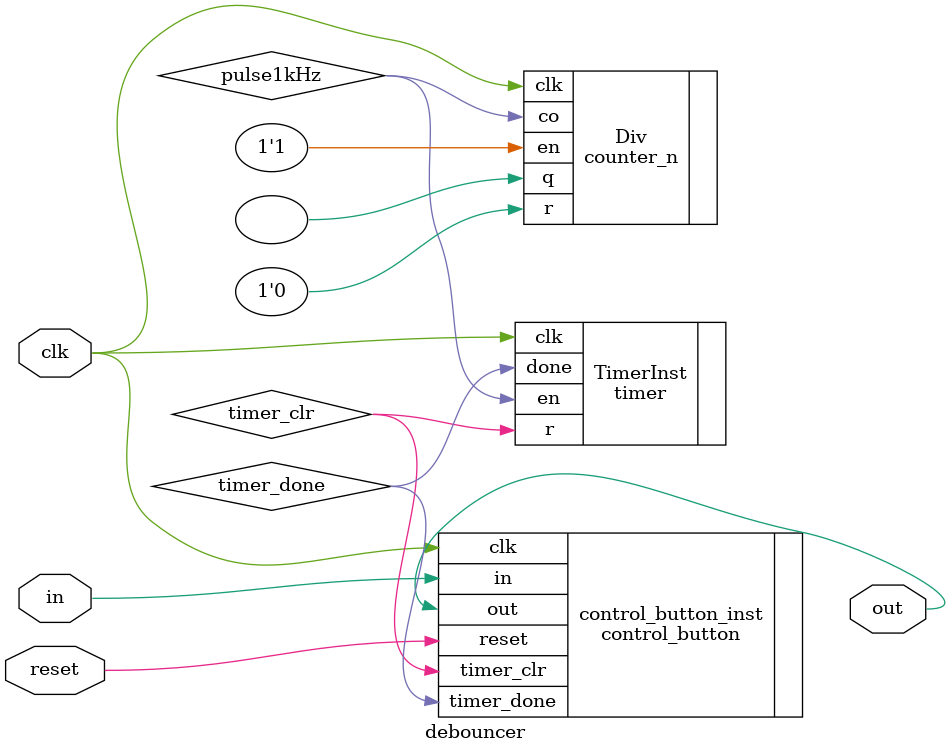
<source format=v>
module debouncer(in,clk,reset,out);
	parameter sim=1'b0;
	input in,clk,reset;
	output out;
	
/** ¿ØÖÆÆ÷ **/
	wire timer_clr,timer_done;
	control_button control_button_inst(
		.clk(clk),
		.in(in),
		.reset(reset),
		.timer_clr(timer_clr),
		.timer_done(timer_done),
		.out(out));
		
		
/** ·ÖÆµÆ÷ **/
	wire pulse1kHz;
	
	counter_n #(.n(sim?32:10**5),.counter_bits(sim?5:17)) Div(
		  .clk(clk),
		  .r(1'b0),
		  .en(1'b1),
		  .co(pulse1kHz),
		  .q());
		  
/** ¶¨Ê±Æ÷ **/	  
	timer #(.n(10),.counter_bits(4)) TimerInst(
		  .clk(clk),
		  .r(timer_clr),
		  .en(pulse1kHz),
		  .done(timer_done));
		  
endmodule
	
</source>
